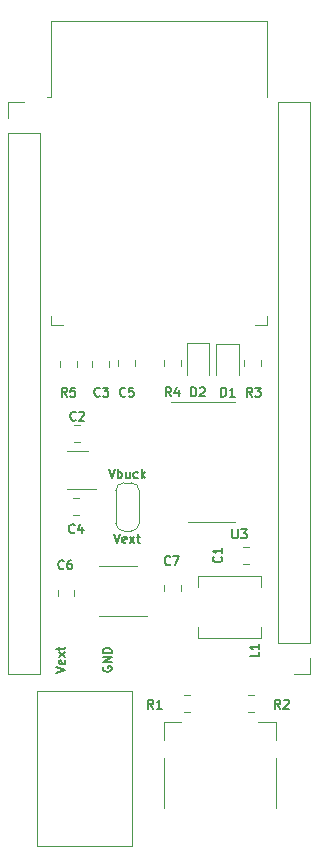
<source format=gto>
G04 #@! TF.GenerationSoftware,KiCad,Pcbnew,(5.1.4-0-10_14)*
G04 #@! TF.CreationDate,2019-11-09T17:54:15-08:00*
G04 #@! TF.ProjectId,esp32-generic-board,65737033-322d-4676-956e-657269632d62,rev?*
G04 #@! TF.SameCoordinates,Original*
G04 #@! TF.FileFunction,Legend,Top*
G04 #@! TF.FilePolarity,Positive*
%FSLAX46Y46*%
G04 Gerber Fmt 4.6, Leading zero omitted, Abs format (unit mm)*
G04 Created by KiCad (PCBNEW (5.1.4-0-10_14)) date 2019-11-09 17:54:15*
%MOMM*%
%LPD*%
G04 APERTURE LIST*
%ADD10C,0.152400*%
%ADD11C,0.120000*%
%ADD12C,0.100000*%
%ADD13C,0.150000*%
G04 APERTURE END LIST*
D10*
X7975600Y-47710271D02*
X7939314Y-47782842D01*
X7939314Y-47891700D01*
X7975600Y-48000557D01*
X8048171Y-48073128D01*
X8120742Y-48109414D01*
X8265885Y-48145700D01*
X8374742Y-48145700D01*
X8519885Y-48109414D01*
X8592457Y-48073128D01*
X8665028Y-48000557D01*
X8701314Y-47891700D01*
X8701314Y-47819128D01*
X8665028Y-47710271D01*
X8628742Y-47673985D01*
X8374742Y-47673985D01*
X8374742Y-47819128D01*
X8701314Y-47347414D02*
X7939314Y-47347414D01*
X8701314Y-46911985D01*
X7939314Y-46911985D01*
X8701314Y-46549128D02*
X7939314Y-46549128D01*
X7939314Y-46367700D01*
X7975600Y-46258842D01*
X8048171Y-46186271D01*
X8120742Y-46149985D01*
X8265885Y-46113700D01*
X8374742Y-46113700D01*
X8519885Y-46149985D01*
X8592457Y-46186271D01*
X8665028Y-46258842D01*
X8701314Y-46367700D01*
X8701314Y-46549128D01*
X4002314Y-48236414D02*
X4764314Y-47982414D01*
X4002314Y-47728414D01*
X4728028Y-47184128D02*
X4764314Y-47256700D01*
X4764314Y-47401842D01*
X4728028Y-47474414D01*
X4655457Y-47510700D01*
X4365171Y-47510700D01*
X4292600Y-47474414D01*
X4256314Y-47401842D01*
X4256314Y-47256700D01*
X4292600Y-47184128D01*
X4365171Y-47147842D01*
X4437742Y-47147842D01*
X4510314Y-47510700D01*
X4764314Y-46893842D02*
X4256314Y-46494700D01*
X4256314Y-46893842D02*
X4764314Y-46494700D01*
X4256314Y-46313271D02*
X4256314Y-46022985D01*
X4002314Y-46204414D02*
X4655457Y-46204414D01*
X4728028Y-46168128D01*
X4764314Y-46095557D01*
X4764314Y-46022985D01*
D11*
X-60000Y-48320000D02*
X2600000Y-48320000D01*
X-60000Y-2540000D02*
X-60000Y-48320000D01*
X2600000Y-2540000D02*
X2600000Y-48320000D01*
X-60000Y-2540000D02*
X2600000Y-2540000D01*
X-60000Y-1270000D02*
X-60000Y60000D01*
X-60000Y60000D02*
X1270000Y60000D01*
X21093500Y-52415000D02*
X22593500Y-52415000D01*
X13093500Y-52415000D02*
X13093500Y-53935000D01*
X13093500Y-52415000D02*
X14593500Y-52415000D01*
X22593500Y-55435000D02*
X22593500Y-59675000D01*
X22593500Y-52415000D02*
X22593500Y-53935000D01*
X13093500Y-55435000D02*
X13093500Y-59675000D01*
X25460000Y-48320000D02*
X24130000Y-48320000D01*
X25460000Y-46990000D02*
X25460000Y-48320000D01*
X25460000Y-45720000D02*
X22800000Y-45720000D01*
X22800000Y-45720000D02*
X22800000Y60000D01*
X25460000Y-45720000D02*
X25460000Y60000D01*
X25460000Y60000D02*
X22800000Y60000D01*
X20309578Y-39000500D02*
X19792422Y-39000500D01*
X20309578Y-37580500D02*
X19792422Y-37580500D01*
X5534922Y-28713500D02*
X6052078Y-28713500D01*
X5534922Y-27293500D02*
X6052078Y-27293500D01*
X7037000Y-21824422D02*
X7037000Y-22341578D01*
X8457000Y-21824422D02*
X8457000Y-22341578D01*
X5441422Y-33453000D02*
X5958578Y-33453000D01*
X5441422Y-34873000D02*
X5958578Y-34873000D01*
X9259500Y-21790922D02*
X9259500Y-22308078D01*
X10679500Y-21790922D02*
X10679500Y-22308078D01*
X5536000Y-41255422D02*
X5536000Y-41772578D01*
X4116000Y-41255422D02*
X4116000Y-41772578D01*
X19438500Y-23049500D02*
X19438500Y-20364500D01*
X19438500Y-20364500D02*
X17518500Y-20364500D01*
X17518500Y-20364500D02*
X17518500Y-23049500D01*
X15042000Y-20349500D02*
X15042000Y-23034500D01*
X16962000Y-20349500D02*
X15042000Y-20349500D01*
X16962000Y-23034500D02*
X16962000Y-20349500D01*
X10398000Y-49776000D02*
X2398000Y-49776000D01*
X2398000Y-49776000D02*
X2398000Y-62876000D01*
D12*
X10398000Y-62876000D02*
X2398000Y-62876000D01*
X10398000Y-49776000D02*
X10398000Y-62876000D01*
D11*
X10333000Y-36246500D02*
X9733000Y-36246500D01*
X11033000Y-32796500D02*
X11033000Y-35596500D01*
X9733000Y-32146500D02*
X10333000Y-32146500D01*
X9033000Y-35596500D02*
X9033000Y-32796500D01*
X9033000Y-32846500D02*
G75*
G02X9733000Y-32146500I700000J0D01*
G01*
X10333000Y-32146500D02*
G75*
G02X11033000Y-32846500I0J-700000D01*
G01*
X11033000Y-35546500D02*
G75*
G02X10333000Y-36246500I-700000J0D01*
G01*
X9733000Y-36246500D02*
G75*
G02X9033000Y-35546500I0J700000D01*
G01*
X16029000Y-40977000D02*
X16029000Y-40032000D01*
X16029000Y-40032000D02*
X21309000Y-40032000D01*
X21309000Y-40032000D02*
X21309000Y-40977000D01*
X16029000Y-44367000D02*
X16029000Y-45312000D01*
X16029000Y-45312000D02*
X21309000Y-45312000D01*
X21309000Y-45312000D02*
X21309000Y-44367000D01*
X14775922Y-50153500D02*
X15293078Y-50153500D01*
X14775922Y-51573500D02*
X15293078Y-51573500D01*
X20236922Y-51573500D02*
X20754078Y-51573500D01*
X20236922Y-50153500D02*
X20754078Y-50153500D01*
X19927500Y-22308078D02*
X19927500Y-21790922D01*
X21347500Y-22308078D02*
X21347500Y-21790922D01*
X14553000Y-22293078D02*
X14553000Y-21775922D01*
X13133000Y-22293078D02*
X13133000Y-21775922D01*
X4306500Y-22341578D02*
X4306500Y-21824422D01*
X5726500Y-22341578D02*
X5726500Y-21824422D01*
X6721500Y-29441500D02*
X4921500Y-29441500D01*
X4921500Y-32661500D02*
X7371500Y-32661500D01*
X10817500Y-39209000D02*
X7597500Y-39209000D01*
X11707500Y-43468000D02*
X7597500Y-43468000D01*
X3580000Y-18053500D02*
X3580000Y-18833500D01*
X3580000Y-18833500D02*
X4580000Y-18833500D01*
X21820000Y-18053500D02*
X21820000Y-18833500D01*
X21820000Y-18833500D02*
X20820000Y-18833500D01*
X3580000Y6911500D02*
X21820000Y6911500D01*
X21820000Y6911500D02*
X21820000Y491500D01*
X3580000Y6911500D02*
X3580000Y491500D01*
X3580000Y491500D02*
X3200000Y491500D01*
X13133000Y-41358078D02*
X13133000Y-40840922D01*
X14553000Y-41358078D02*
X14553000Y-40840922D01*
X17145000Y-35476500D02*
X19095000Y-35476500D01*
X17145000Y-35476500D02*
X15195000Y-35476500D01*
X17145000Y-25356500D02*
X19095000Y-25356500D01*
X17145000Y-25356500D02*
X13695000Y-25356500D01*
D13*
X17958642Y-38417500D02*
X17994928Y-38453785D01*
X18031214Y-38562642D01*
X18031214Y-38635214D01*
X17994928Y-38744071D01*
X17922357Y-38816642D01*
X17849785Y-38852928D01*
X17704642Y-38889214D01*
X17595785Y-38889214D01*
X17450642Y-38852928D01*
X17378071Y-38816642D01*
X17305500Y-38744071D01*
X17269214Y-38635214D01*
X17269214Y-38562642D01*
X17305500Y-38453785D01*
X17341785Y-38417500D01*
X18031214Y-37691785D02*
X18031214Y-38127214D01*
X18031214Y-37909500D02*
X17269214Y-37909500D01*
X17378071Y-37982071D01*
X17450642Y-38054642D01*
X17486928Y-38127214D01*
X5651500Y-26815142D02*
X5615214Y-26851428D01*
X5506357Y-26887714D01*
X5433785Y-26887714D01*
X5324928Y-26851428D01*
X5252357Y-26778857D01*
X5216071Y-26706285D01*
X5179785Y-26561142D01*
X5179785Y-26452285D01*
X5216071Y-26307142D01*
X5252357Y-26234571D01*
X5324928Y-26162000D01*
X5433785Y-26125714D01*
X5506357Y-26125714D01*
X5615214Y-26162000D01*
X5651500Y-26198285D01*
X5941785Y-26198285D02*
X5978071Y-26162000D01*
X6050642Y-26125714D01*
X6232071Y-26125714D01*
X6304642Y-26162000D01*
X6340928Y-26198285D01*
X6377214Y-26270857D01*
X6377214Y-26343428D01*
X6340928Y-26452285D01*
X5905500Y-26887714D01*
X6377214Y-26887714D01*
X7683500Y-24783142D02*
X7647214Y-24819428D01*
X7538357Y-24855714D01*
X7465785Y-24855714D01*
X7356928Y-24819428D01*
X7284357Y-24746857D01*
X7248071Y-24674285D01*
X7211785Y-24529142D01*
X7211785Y-24420285D01*
X7248071Y-24275142D01*
X7284357Y-24202571D01*
X7356928Y-24130000D01*
X7465785Y-24093714D01*
X7538357Y-24093714D01*
X7647214Y-24130000D01*
X7683500Y-24166285D01*
X7937500Y-24093714D02*
X8409214Y-24093714D01*
X8155214Y-24384000D01*
X8264071Y-24384000D01*
X8336642Y-24420285D01*
X8372928Y-24456571D01*
X8409214Y-24529142D01*
X8409214Y-24710571D01*
X8372928Y-24783142D01*
X8336642Y-24819428D01*
X8264071Y-24855714D01*
X8046357Y-24855714D01*
X7973785Y-24819428D01*
X7937500Y-24783142D01*
X5558000Y-36340142D02*
X5521714Y-36376428D01*
X5412857Y-36412714D01*
X5340285Y-36412714D01*
X5231428Y-36376428D01*
X5158857Y-36303857D01*
X5122571Y-36231285D01*
X5086285Y-36086142D01*
X5086285Y-35977285D01*
X5122571Y-35832142D01*
X5158857Y-35759571D01*
X5231428Y-35687000D01*
X5340285Y-35650714D01*
X5412857Y-35650714D01*
X5521714Y-35687000D01*
X5558000Y-35723285D01*
X6211142Y-35904714D02*
X6211142Y-36412714D01*
X6029714Y-35614428D02*
X5848285Y-36158714D01*
X6320000Y-36158714D01*
X9842500Y-24783142D02*
X9806214Y-24819428D01*
X9697357Y-24855714D01*
X9624785Y-24855714D01*
X9515928Y-24819428D01*
X9443357Y-24746857D01*
X9407071Y-24674285D01*
X9370785Y-24529142D01*
X9370785Y-24420285D01*
X9407071Y-24275142D01*
X9443357Y-24202571D01*
X9515928Y-24130000D01*
X9624785Y-24093714D01*
X9697357Y-24093714D01*
X9806214Y-24130000D01*
X9842500Y-24166285D01*
X10531928Y-24093714D02*
X10169071Y-24093714D01*
X10132785Y-24456571D01*
X10169071Y-24420285D01*
X10241642Y-24384000D01*
X10423071Y-24384000D01*
X10495642Y-24420285D01*
X10531928Y-24456571D01*
X10568214Y-24529142D01*
X10568214Y-24710571D01*
X10531928Y-24783142D01*
X10495642Y-24819428D01*
X10423071Y-24855714D01*
X10241642Y-24855714D01*
X10169071Y-24819428D01*
X10132785Y-24783142D01*
X4635500Y-39388142D02*
X4599214Y-39424428D01*
X4490357Y-39460714D01*
X4417785Y-39460714D01*
X4308928Y-39424428D01*
X4236357Y-39351857D01*
X4200071Y-39279285D01*
X4163785Y-39134142D01*
X4163785Y-39025285D01*
X4200071Y-38880142D01*
X4236357Y-38807571D01*
X4308928Y-38735000D01*
X4417785Y-38698714D01*
X4490357Y-38698714D01*
X4599214Y-38735000D01*
X4635500Y-38771285D01*
X5288642Y-38698714D02*
X5143500Y-38698714D01*
X5070928Y-38735000D01*
X5034642Y-38771285D01*
X4962071Y-38880142D01*
X4925785Y-39025285D01*
X4925785Y-39315571D01*
X4962071Y-39388142D01*
X4998357Y-39424428D01*
X5070928Y-39460714D01*
X5216071Y-39460714D01*
X5288642Y-39424428D01*
X5324928Y-39388142D01*
X5361214Y-39315571D01*
X5361214Y-39134142D01*
X5324928Y-39061571D01*
X5288642Y-39025285D01*
X5216071Y-38989000D01*
X5070928Y-38989000D01*
X4998357Y-39025285D01*
X4962071Y-39061571D01*
X4925785Y-39134142D01*
X17979571Y-24855714D02*
X17979571Y-24093714D01*
X18161000Y-24093714D01*
X18269857Y-24130000D01*
X18342428Y-24202571D01*
X18378714Y-24275142D01*
X18415000Y-24420285D01*
X18415000Y-24529142D01*
X18378714Y-24674285D01*
X18342428Y-24746857D01*
X18269857Y-24819428D01*
X18161000Y-24855714D01*
X17979571Y-24855714D01*
X19140714Y-24855714D02*
X18705285Y-24855714D01*
X18923000Y-24855714D02*
X18923000Y-24093714D01*
X18850428Y-24202571D01*
X18777857Y-24275142D01*
X18705285Y-24311428D01*
X15439571Y-24840714D02*
X15439571Y-24078714D01*
X15621000Y-24078714D01*
X15729857Y-24115000D01*
X15802428Y-24187571D01*
X15838714Y-24260142D01*
X15875000Y-24405285D01*
X15875000Y-24514142D01*
X15838714Y-24659285D01*
X15802428Y-24731857D01*
X15729857Y-24804428D01*
X15621000Y-24840714D01*
X15439571Y-24840714D01*
X16165285Y-24151285D02*
X16201571Y-24115000D01*
X16274142Y-24078714D01*
X16455571Y-24078714D01*
X16528142Y-24115000D01*
X16564428Y-24151285D01*
X16600714Y-24223857D01*
X16600714Y-24296428D01*
X16564428Y-24405285D01*
X16129000Y-24840714D01*
X16600714Y-24840714D01*
X8429171Y-31002514D02*
X8683171Y-31764514D01*
X8937171Y-31002514D01*
X9191171Y-31764514D02*
X9191171Y-31002514D01*
X9191171Y-31292800D02*
X9263742Y-31256514D01*
X9408885Y-31256514D01*
X9481457Y-31292800D01*
X9517742Y-31329085D01*
X9554028Y-31401657D01*
X9554028Y-31619371D01*
X9517742Y-31691942D01*
X9481457Y-31728228D01*
X9408885Y-31764514D01*
X9263742Y-31764514D01*
X9191171Y-31728228D01*
X10207171Y-31256514D02*
X10207171Y-31764514D01*
X9880600Y-31256514D02*
X9880600Y-31655657D01*
X9916885Y-31728228D01*
X9989457Y-31764514D01*
X10098314Y-31764514D01*
X10170885Y-31728228D01*
X10207171Y-31691942D01*
X10896600Y-31728228D02*
X10824028Y-31764514D01*
X10678885Y-31764514D01*
X10606314Y-31728228D01*
X10570028Y-31691942D01*
X10533742Y-31619371D01*
X10533742Y-31401657D01*
X10570028Y-31329085D01*
X10606314Y-31292800D01*
X10678885Y-31256514D01*
X10824028Y-31256514D01*
X10896600Y-31292800D01*
X11223171Y-31764514D02*
X11223171Y-31002514D01*
X11295742Y-31474228D02*
X11513457Y-31764514D01*
X11513457Y-31256514D02*
X11223171Y-31546800D01*
X8875485Y-36476214D02*
X9129485Y-37238214D01*
X9383485Y-36476214D01*
X9927771Y-37201928D02*
X9855200Y-37238214D01*
X9710057Y-37238214D01*
X9637485Y-37201928D01*
X9601200Y-37129357D01*
X9601200Y-36839071D01*
X9637485Y-36766500D01*
X9710057Y-36730214D01*
X9855200Y-36730214D01*
X9927771Y-36766500D01*
X9964057Y-36839071D01*
X9964057Y-36911642D01*
X9601200Y-36984214D01*
X10218057Y-37238214D02*
X10617200Y-36730214D01*
X10218057Y-36730214D02*
X10617200Y-37238214D01*
X10798628Y-36730214D02*
X11088914Y-36730214D01*
X10907485Y-36476214D02*
X10907485Y-37129357D01*
X10943771Y-37201928D01*
X11016342Y-37238214D01*
X11088914Y-37238214D01*
X21172714Y-46482000D02*
X21172714Y-46844857D01*
X20410714Y-46844857D01*
X21172714Y-45828857D02*
X21172714Y-46264285D01*
X21172714Y-46046571D02*
X20410714Y-46046571D01*
X20519571Y-46119142D01*
X20592142Y-46191714D01*
X20628428Y-46264285D01*
X12225500Y-51271714D02*
X11971500Y-50908857D01*
X11790071Y-51271714D02*
X11790071Y-50509714D01*
X12080357Y-50509714D01*
X12152928Y-50546000D01*
X12189214Y-50582285D01*
X12225500Y-50654857D01*
X12225500Y-50763714D01*
X12189214Y-50836285D01*
X12152928Y-50872571D01*
X12080357Y-50908857D01*
X11790071Y-50908857D01*
X12951214Y-51271714D02*
X12515785Y-51271714D01*
X12733500Y-51271714D02*
X12733500Y-50509714D01*
X12660928Y-50618571D01*
X12588357Y-50691142D01*
X12515785Y-50727428D01*
X22987000Y-51271714D02*
X22733000Y-50908857D01*
X22551571Y-51271714D02*
X22551571Y-50509714D01*
X22841857Y-50509714D01*
X22914428Y-50546000D01*
X22950714Y-50582285D01*
X22987000Y-50654857D01*
X22987000Y-50763714D01*
X22950714Y-50836285D01*
X22914428Y-50872571D01*
X22841857Y-50908857D01*
X22551571Y-50908857D01*
X23277285Y-50582285D02*
X23313571Y-50546000D01*
X23386142Y-50509714D01*
X23567571Y-50509714D01*
X23640142Y-50546000D01*
X23676428Y-50582285D01*
X23712714Y-50654857D01*
X23712714Y-50727428D01*
X23676428Y-50836285D01*
X23241000Y-51271714D01*
X23712714Y-51271714D01*
X20574000Y-24870714D02*
X20320000Y-24507857D01*
X20138571Y-24870714D02*
X20138571Y-24108714D01*
X20428857Y-24108714D01*
X20501428Y-24145000D01*
X20537714Y-24181285D01*
X20574000Y-24253857D01*
X20574000Y-24362714D01*
X20537714Y-24435285D01*
X20501428Y-24471571D01*
X20428857Y-24507857D01*
X20138571Y-24507857D01*
X20828000Y-24108714D02*
X21299714Y-24108714D01*
X21045714Y-24399000D01*
X21154571Y-24399000D01*
X21227142Y-24435285D01*
X21263428Y-24471571D01*
X21299714Y-24544142D01*
X21299714Y-24725571D01*
X21263428Y-24798142D01*
X21227142Y-24834428D01*
X21154571Y-24870714D01*
X20936857Y-24870714D01*
X20864285Y-24834428D01*
X20828000Y-24798142D01*
X13716000Y-24840714D02*
X13462000Y-24477857D01*
X13280571Y-24840714D02*
X13280571Y-24078714D01*
X13570857Y-24078714D01*
X13643428Y-24115000D01*
X13679714Y-24151285D01*
X13716000Y-24223857D01*
X13716000Y-24332714D01*
X13679714Y-24405285D01*
X13643428Y-24441571D01*
X13570857Y-24477857D01*
X13280571Y-24477857D01*
X14369142Y-24332714D02*
X14369142Y-24840714D01*
X14187714Y-24042428D02*
X14006285Y-24586714D01*
X14478000Y-24586714D01*
X4889500Y-24855714D02*
X4635500Y-24492857D01*
X4454071Y-24855714D02*
X4454071Y-24093714D01*
X4744357Y-24093714D01*
X4816928Y-24130000D01*
X4853214Y-24166285D01*
X4889500Y-24238857D01*
X4889500Y-24347714D01*
X4853214Y-24420285D01*
X4816928Y-24456571D01*
X4744357Y-24492857D01*
X4454071Y-24492857D01*
X5578928Y-24093714D02*
X5216071Y-24093714D01*
X5179785Y-24456571D01*
X5216071Y-24420285D01*
X5288642Y-24384000D01*
X5470071Y-24384000D01*
X5542642Y-24420285D01*
X5578928Y-24456571D01*
X5615214Y-24529142D01*
X5615214Y-24710571D01*
X5578928Y-24783142D01*
X5542642Y-24819428D01*
X5470071Y-24855714D01*
X5288642Y-24855714D01*
X5216071Y-24819428D01*
X5179785Y-24783142D01*
X13652500Y-39037142D02*
X13616214Y-39073428D01*
X13507357Y-39109714D01*
X13434785Y-39109714D01*
X13325928Y-39073428D01*
X13253357Y-39000857D01*
X13217071Y-38928285D01*
X13180785Y-38783142D01*
X13180785Y-38674285D01*
X13217071Y-38529142D01*
X13253357Y-38456571D01*
X13325928Y-38384000D01*
X13434785Y-38347714D01*
X13507357Y-38347714D01*
X13616214Y-38384000D01*
X13652500Y-38420285D01*
X13906500Y-38347714D02*
X14414500Y-38347714D01*
X14087928Y-39109714D01*
X18913928Y-36095214D02*
X18913928Y-36712071D01*
X18950214Y-36784642D01*
X18986500Y-36820928D01*
X19059071Y-36857214D01*
X19204214Y-36857214D01*
X19276785Y-36820928D01*
X19313071Y-36784642D01*
X19349357Y-36712071D01*
X19349357Y-36095214D01*
X19639642Y-36095214D02*
X20111357Y-36095214D01*
X19857357Y-36385500D01*
X19966214Y-36385500D01*
X20038785Y-36421785D01*
X20075071Y-36458071D01*
X20111357Y-36530642D01*
X20111357Y-36712071D01*
X20075071Y-36784642D01*
X20038785Y-36820928D01*
X19966214Y-36857214D01*
X19748500Y-36857214D01*
X19675928Y-36820928D01*
X19639642Y-36784642D01*
M02*

</source>
